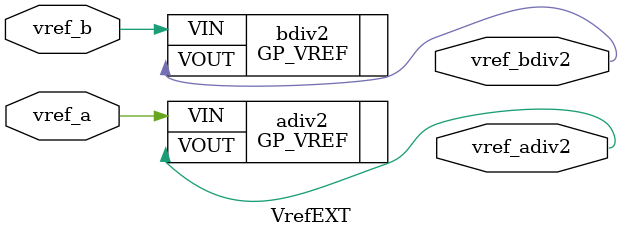
<source format=v>
/***********************************************************************************************************************
 * Copyright (C) 2016 Andrew Zonenberg and contributors                                                                *
 *                                                                                                                     *
 * This program is free software; you can redistribute it and/or modify it under the terms of the GNU Lesser General   *
 * Public License as published by the Free Software Foundation; either version 2.1 of the License, or (at your option) *
 * any later version.                                                                                                  *
 *                                                                                                                     *
 * This program is distributed in the hope that it will be useful, but WITHOUT ANY WARRANTY; without even the implied  *
 * warranty of MERCHANTABILITY or FITNESS FOR A PARTICULAR PURPOSE.  See the GNU Lesser General Public License for     *
 * more details.                                                                                                       *
 *                                                                                                                     *
 * You should have received a copy of the GNU Lesser General Public License along with this program; if not, you may   *
 * find one here:                                                                                                      *
 * https://www.gnu.org/licenses/old-licenses/lgpl-2.1.txt                                                              *
 * or you may search the http://www.gnu.org website for the version 2.1 license, or you may write to the Free Software *
 * Foundation, Inc., 51 Franklin Street, Fifth Floor, Boston, MA  02110-1301, USA                                      *
 **********************************************************************************************************************/

`default_nettype none

/**
	INPUTS:
		VrefA on pin 10
		VrefB on pin 14

	OUTPUTS:
		VrefA/2 on pin 19
		VrefB/2 on pin 18

	TEST PROCEDURE:
		FIXME
 */
module VrefEXT(vref_a, vref_b, vref_adiv2, vref_bdiv2);

	////////////////////////////////////////////////////////////////////////////////////////////////////////////////////
	// I/O declarations

	(* LOC = "P14" *)
	(* IBUF_TYPE = "ANALOG" *)
	input wire vref_b;

	(* LOC = "P10" *)
	(* IBUF_TYPE = "ANALOG" *)
	input wire vref_a;

	(* LOC = "P19" *)
	(* IBUF_TYPE = "ANALOG" *)
	output wire vref_adiv2;

	(* LOC = "P18" *)
	(* IBUF_TYPE = "ANALOG" *)
	output wire vref_bdiv2;

	////////////////////////////////////////////////////////////////////////////////////////////////////////////////////
	// System reset stuff

	//Power-on reset
	wire por_done;
	GP_POR #(
		.POR_TIME(500)
	) por (
		.RST_DONE(por_done)
	);

	////////////////////////////////////////////////////////////////////////////////////////////////////////////////////
	// 1.0V bandgap voltage reference (used by a lot of the mixed signal IP)

	wire bg_ok;
	GP_BANDGAP #(
		.AUTO_PWRDN(0),
		.CHOPPER_EN(1),
		.OUT_DELAY(550)
	) bandgap (
		.OK(bg_ok)
	);

	////////////////////////////////////////////////////////////////////////////////////////////////////////////////////
	// Voltage references for external voltages divided by 2

	GP_VREF #( .VIN_DIV(4'd2), .VREF(16'd0)  ) adiv2  ( .VIN(vref_a), .VOUT(vref_adiv2)  );
	GP_VREF #( .VIN_DIV(4'd2), .VREF(16'd0)  ) bdiv2  ( .VIN(vref_b), .VOUT(vref_bdiv2)  );

endmodule

</source>
